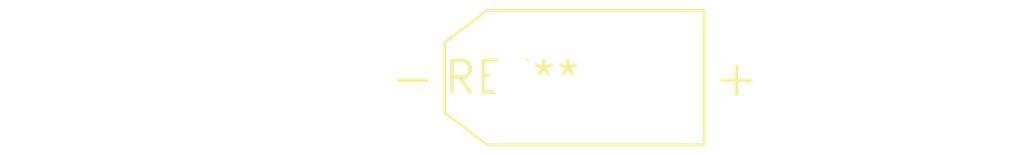
<source format=kicad_pcb>
(kicad_pcb (version 20240108) (generator pcbnew)
  (layers (0 "F.Cu" signal) (31 "B.Cu" signal) (34 "B.Paste" user) (35 "F.Paste" user) (36 "B.SilkS" user "B.Silkscreen") (37 "F.SilkS" user "F.Silkscreen") (38 "B.Mask" user) (39 "F.Mask" user) (44 "Edge.Cuts" user))
  (net 0 "")
  (footprint "AMASS_XT30UPB-M_1x02_P5.0mm_Vertical" (layer "F.Cu") (at 0 0)
    (property "Reference" "REF**")
    (property "Value" "AMASS_XT30UPB-M_1x02_P5.0mm_Vertical")
    (fp_line (start -2.71 -1.41) (end -2.71 1.41) (layer "F.SilkS") (stroke (width 0.12)))
    (fp_line (start -2.71 -1.41) (end -1.01 -2.71) (layer "F.SilkS") (stroke (width 0.12)))
    (fp_line (start -2.71 1.41) (end -1.01 2.71) (layer "F.SilkS") (stroke (width 0.12)))
    (fp_line (start -1.01 -2.71) (end 7.71 -2.71) (layer "F.SilkS") (stroke (width 0.12)))
    (fp_line (start -1.01 2.71) (end 7.71 2.71) (layer "F.SilkS") (stroke (width 0.12)))
    (fp_line (start 7.71 -2.71) (end 7.71 2.71) (layer "F.SilkS") (stroke (width 0.12)))
    (fp_text user "-" (at -4 0 0) (layer "F.SilkS") (effects (font (size 1.5 1.5))))
    (fp_text user "+" (at 9 0 0) (layer "F.SilkS") (effects (font (size 1.5 1.5))))
    (pad "1" thru_hole rect (at 0 0) (size 3 3) (drill 1.8) (layers *.Cu *.Mask) (remove_unused_layers))
    (pad "2" thru_hole circle (at 5 0) (size 3 3) (drill 1.8) (layers *.Cu *.Mask) (remove_unused_layers))
  )
)
</source>
